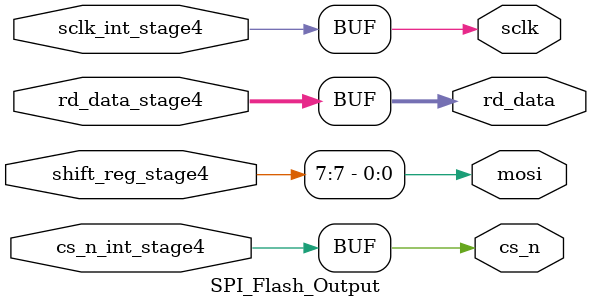
<source format=sv>

module SPI_Flash_Controller #(
    parameter ADDR_WIDTH = 24
)(
    input  wire                  clk,
    input  wire                  rst,
    input  wire                  start,
    input  wire [7:0]            cmd,
    input  wire [ADDR_WIDTH-1:0] addr,
    input  wire [7:0]            wr_data,
    output wire [7:0]            rd_data,
    output wire                  ready,
    output wire                  sclk,
    output wire                  cs_n,
    output wire                  mosi,
    input  wire                  miso
);

    // Internal pipelined signals (now 4 stages)
    wire [3:0]            state_stage1, state_stage2, state_stage3, state_stage4;
    wire [ADDR_WIDTH-1:0] addr_reg_stage1, addr_reg_stage2, addr_reg_stage3, addr_reg_stage4;
    wire [7:0]            cmd_reg_stage1, cmd_reg_stage2, cmd_reg_stage3, cmd_reg_stage4;
    wire [7:0]            shift_reg_stage1, shift_reg_stage2, shift_reg_stage3, shift_reg_stage4;
    wire [2:0]            phase_cnt_stage1, phase_cnt_stage2, phase_cnt_stage3, phase_cnt_stage4;
    wire [7:0]            byte_cnt_stage1, byte_cnt_stage2, byte_cnt_stage3, byte_cnt_stage4;
    wire [7:0]            data_len_stage1, data_len_stage2, data_len_stage3, data_len_stage4;
    wire                  sclk_int_stage1, sclk_int_stage2, sclk_int_stage3, sclk_int_stage4;
    wire                  cs_n_int_stage1, cs_n_int_stage2, cs_n_int_stage3, cs_n_int_stage4;
    wire                  ready_int;
    wire [7:0]            rd_data_stage4;

    // FSM and Pipeline Control (deeper pipeline)
    SPI_Flash_FSM #(
        .ADDR_WIDTH(ADDR_WIDTH)
    ) u_fsm (
        .clk                   (clk),
        .rst                   (rst),
        .start                 (start),
        .cmd                   (cmd),
        .addr                  (addr),
        .wr_data               (wr_data),
        .miso                  (miso),
        .state_stage1          (state_stage1),
        .state_stage2          (state_stage2),
        .state_stage3          (state_stage3),
        .state_stage4          (state_stage4),
        .cmd_reg_stage1        (cmd_reg_stage1),
        .cmd_reg_stage2        (cmd_reg_stage2),
        .cmd_reg_stage3        (cmd_reg_stage3),
        .cmd_reg_stage4        (cmd_reg_stage4),
        .addr_reg_stage1       (addr_reg_stage1),
        .addr_reg_stage2       (addr_reg_stage2),
        .addr_reg_stage3       (addr_reg_stage3),
        .addr_reg_stage4       (addr_reg_stage4),
        .shift_reg_stage1      (shift_reg_stage1),
        .shift_reg_stage2      (shift_reg_stage2),
        .shift_reg_stage3      (shift_reg_stage3),
        .shift_reg_stage4      (shift_reg_stage4),
        .phase_cnt_stage1      (phase_cnt_stage1),
        .phase_cnt_stage2      (phase_cnt_stage2),
        .phase_cnt_stage3      (phase_cnt_stage3),
        .phase_cnt_stage4      (phase_cnt_stage4),
        .byte_cnt_stage1       (byte_cnt_stage1),
        .byte_cnt_stage2       (byte_cnt_stage2),
        .byte_cnt_stage3       (byte_cnt_stage3),
        .byte_cnt_stage4       (byte_cnt_stage4),
        .data_len_stage1       (data_len_stage1),
        .data_len_stage2       (data_len_stage2),
        .data_len_stage3       (data_len_stage3),
        .data_len_stage4       (data_len_stage4),
        .sclk_int_stage1       (sclk_int_stage1),
        .sclk_int_stage2       (sclk_int_stage2),
        .sclk_int_stage3       (sclk_int_stage3),
        .sclk_int_stage4       (sclk_int_stage4),
        .cs_n_int_stage1       (cs_n_int_stage1),
        .cs_n_int_stage2       (cs_n_int_stage2),
        .cs_n_int_stage3       (cs_n_int_stage3),
        .cs_n_int_stage4       (cs_n_int_stage4),
        .ready                 (ready_int),
        .rd_data_stage4        (rd_data_stage4)
    );

    // SPI Output Interface (now connected to stage4)
    SPI_Flash_Output u_output (
        .shift_reg_stage4      (shift_reg_stage4),
        .sclk_int_stage4       (sclk_int_stage4),
        .cs_n_int_stage4       (cs_n_int_stage4),
        .rd_data_stage4        (rd_data_stage4),
        .mosi                  (mosi),
        .sclk                  (sclk),
        .cs_n                  (cs_n),
        .rd_data               (rd_data)
    );

    // Ready Signal Assign
    assign ready = ready_int;

endmodule

// =======================================================================
// 子模块1：SPI_Flash_FSM
// 功能：实现SPI Flash控制器的主状态机、加深流水线结构
// =======================================================================
module SPI_Flash_FSM #(
    parameter ADDR_WIDTH = 24
)(
    input  wire                  clk,
    input  wire                  rst,
    input  wire                  start,
    input  wire [7:0]            cmd,
    input  wire [ADDR_WIDTH-1:0] addr,
    input  wire [7:0]            wr_data,
    input  wire                  miso,

    output reg  [3:0]            state_stage1,
    output reg  [3:0]            state_stage2,
    output reg  [3:0]            state_stage3,
    output reg  [3:0]            state_stage4,
    output reg  [7:0]            cmd_reg_stage1,
    output reg  [7:0]            cmd_reg_stage2,
    output reg  [7:0]            cmd_reg_stage3,
    output reg  [7:0]            cmd_reg_stage4,
    output reg  [ADDR_WIDTH-1:0] addr_reg_stage1,
    output reg  [ADDR_WIDTH-1:0] addr_reg_stage2,
    output reg  [ADDR_WIDTH-1:0] addr_reg_stage3,
    output reg  [ADDR_WIDTH-1:0] addr_reg_stage4,
    output reg  [7:0]            shift_reg_stage1,
    output reg  [7:0]            shift_reg_stage2,
    output reg  [7:0]            shift_reg_stage3,
    output reg  [7:0]            shift_reg_stage4,
    output reg  [2:0]            phase_cnt_stage1,
    output reg  [2:0]            phase_cnt_stage2,
    output reg  [2:0]            phase_cnt_stage3,
    output reg  [2:0]            phase_cnt_stage4,
    output reg  [7:0]            byte_cnt_stage1,
    output reg  [7:0]            byte_cnt_stage2,
    output reg  [7:0]            byte_cnt_stage3,
    output reg  [7:0]            byte_cnt_stage4,
    output reg  [7:0]            data_len_stage1,
    output reg  [7:0]            data_len_stage2,
    output reg  [7:0]            data_len_stage3,
    output reg  [7:0]            data_len_stage4,
    output reg                   sclk_int_stage1,
    output reg                   sclk_int_stage2,
    output reg                   sclk_int_stage3,
    output reg                   sclk_int_stage4,
    output reg                   cs_n_int_stage1,
    output reg                   cs_n_int_stage2,
    output reg                   cs_n_int_stage3,
    output reg                   cs_n_int_stage4,
    output reg                   ready,
    output reg  [7:0]            rd_data_stage4
);

    // 状态机状态定义
    localparam IDLE        = 4'd0,
               CMD_STAGE1  = 4'd1,
               CMD_STAGE2  = 4'd2,
               ADDR_STAGE1 = 4'd3,
               ADDR_STAGE2 = 4'd4,
               DATA_STAGE1 = 4'd5,
               DATA_STAGE2 = 4'd6,
               DONE        = 4'd7;

    // Stage 1: 控制主状态
    reg [3:0]    next_state_stage1;
    reg [7:0]    next_cmd_reg_stage1;
    reg [ADDR_WIDTH-1:0] next_addr_reg_stage1;
    reg [7:0]    next_shift_reg_stage1;
    reg [2:0]    next_phase_cnt_stage1;
    reg [7:0]    next_byte_cnt_stage1;
    reg [7:0]    next_data_len_stage1;
    reg          next_sclk_int_stage1;
    reg          next_cs_n_int_stage1;
    reg          next_ready;

    always @(*) begin
        // Default assignments
        next_state_stage1      = state_stage1;
        next_cmd_reg_stage1    = cmd_reg_stage1;
        next_addr_reg_stage1   = addr_reg_stage1;
        next_shift_reg_stage1  = shift_reg_stage1;
        next_phase_cnt_stage1  = phase_cnt_stage1;
        next_byte_cnt_stage1   = byte_cnt_stage1;
        next_data_len_stage1   = data_len_stage1;
        next_sclk_int_stage1   = sclk_int_stage1;
        next_cs_n_int_stage1   = cs_n_int_stage1;
        next_ready             = ready;
        case (state_stage1)
            IDLE: begin
                if (start) begin
                    next_cmd_reg_stage1   = cmd;
                    next_addr_reg_stage1  = addr;
                    next_state_stage1     = CMD_STAGE1;
                    next_phase_cnt_stage1 = 3'd0;
                    next_byte_cnt_stage1  = 8'd0;
                    // 命令解码
                    case (cmd)
                        8'h03: next_data_len_stage1 = 8; // READ
                        8'h02: next_data_len_stage1 = 8; // PAGE PROGRAM
                        8'h06: next_data_len_stage1 = 0; // WREN
                        default: next_data_len_stage1 = 0;
                    endcase
                    next_shift_reg_stage1 = cmd;
                    next_sclk_int_stage1  = 1'b0;
                    next_cs_n_int_stage1  = 1'b0;
                    next_ready            = 1'b0;
                end else begin
                    next_sclk_int_stage1  = 1'b0;
                    next_cs_n_int_stage1  = 1'b1;
                    next_ready            = 1'b1;
                end
            end
            CMD_STAGE1: begin
                if (phase_cnt_stage1 == 3'd7) begin
                    next_state_stage1     = CMD_STAGE2;
                    next_phase_cnt_stage1 = 3'd0;
                end else begin
                    next_phase_cnt_stage1 = phase_cnt_stage1 + 1'b1;
                end
                next_sclk_int_stage1 = ~sclk_int_stage1;
                next_cs_n_int_stage1 = 1'b0;
                next_ready           = 1'b0;
            end
            CMD_STAGE2: begin
                if (cmd_reg_stage1[7])
                    next_state_stage1 = ADDR_STAGE1;
                else
                    next_state_stage1 = DATA_STAGE1;
                next_shift_reg_stage1 = addr_reg_stage1[ADDR_WIDTH-1 -: 8];
                next_phase_cnt_stage1 = 3'd0;
                next_sclk_int_stage1  = ~sclk_int_stage1;
                next_cs_n_int_stage1  = 1'b0;
                next_ready            = 1'b0;
            end
            ADDR_STAGE1: begin
                if (phase_cnt_stage1 == 3'd7) begin
                    next_state_stage1     = ADDR_STAGE2;
                    next_phase_cnt_stage1 = 3'd0;
                end else begin
                    next_phase_cnt_stage1 = phase_cnt_stage1 + 1'b1;
                end
                next_sclk_int_stage1 = ~sclk_int_stage1;
                next_cs_n_int_stage1 = 1'b0;
                next_ready           = 1'b0;
            end
            ADDR_STAGE2: begin
                if (phase_cnt_stage1 == ((ADDR_WIDTH/8)-1)) begin
                    next_state_stage1     = DATA_STAGE1;
                    next_phase_cnt_stage1 = 3'd0;
                    next_shift_reg_stage1 = wr_data;
                end else begin
                    next_phase_cnt_stage1 = phase_cnt_stage1 + 1'b1;
                    next_shift_reg_stage1 = addr_reg_stage1[ADDR_WIDTH-1 - (phase_cnt_stage1+1)*8 -: 8];
                end
                next_sclk_int_stage1 = ~sclk_int_stage1;
                next_cs_n_int_stage1 = 1'b0;
                next_ready           = 1'b0;
            end
            DATA_STAGE1: begin
                if (phase_cnt_stage1 == 3'd7) begin
                    next_state_stage1     = DATA_STAGE2;
                    next_phase_cnt_stage1 = 3'd0;
                end else begin
                    next_phase_cnt_stage1 = phase_cnt_stage1 + 1'b1;
                end
                next_sclk_int_stage1 = ~sclk_int_stage1;
                next_cs_n_int_stage1 = 1'b0;
                next_ready           = 1'b0;
            end
            DATA_STAGE2: begin
                if (byte_cnt_stage1 == data_len_stage1) begin
                    next_state_stage1 = DONE;
                end else begin
                    next_byte_cnt_stage1 = byte_cnt_stage1 + 1'b1;
                    next_state_stage1    = DATA_STAGE1;
                end
                next_sclk_int_stage1 = ~sclk_int_stage1;
                next_cs_n_int_stage1 = 1'b0;
                next_ready           = 1'b0;
            end
            DONE: begin
                next_state_stage1 = IDLE;
                next_sclk_int_stage1 = 1'b0;
                next_cs_n_int_stage1 = 1'b1;
                next_ready           = 1'b1;
            end
            default: begin
                next_state_stage1 = IDLE;
                next_sclk_int_stage1 = 1'b0;
                next_cs_n_int_stage1 = 1'b1;
                next_ready           = 1'b1;
            end
        endcase
    end

    // Stage 1 Registers
    always @(posedge clk or posedge rst) begin
        if (rst) begin
            state_stage1       <= IDLE;
            cmd_reg_stage1     <= 8'd0;
            addr_reg_stage1    <= {ADDR_WIDTH{1'b0}};
            shift_reg_stage1   <= 8'd0;
            phase_cnt_stage1   <= 3'd0;
            byte_cnt_stage1    <= 8'd0;
            data_len_stage1    <= 8'd0;
            sclk_int_stage1    <= 1'b0;
            cs_n_int_stage1    <= 1'b1;
            ready              <= 1'b1;
        end else begin
            state_stage1       <= next_state_stage1;
            cmd_reg_stage1     <= next_cmd_reg_stage1;
            addr_reg_stage1    <= next_addr_reg_stage1;
            shift_reg_stage1   <= next_shift_reg_stage1;
            phase_cnt_stage1   <= next_phase_cnt_stage1;
            byte_cnt_stage1    <= next_byte_cnt_stage1;
            data_len_stage1    <= next_data_len_stage1;
            sclk_int_stage1    <= next_sclk_int_stage1;
            cs_n_int_stage1    <= next_cs_n_int_stage1;
            ready              <= next_ready;
        end
    end

    // Stage 2: SPI Shift Register (bit-shift & MISO sample, separated for pipelining)
    reg [7:0] shift_reg_stage2_next;
    always @(*) begin
        shift_reg_stage2_next = shift_reg_stage1;
        if (state_stage1 != IDLE && ~sclk_int_stage1) begin
            shift_reg_stage2_next = {shift_reg_stage1[6:0], miso};
        end
    end

    always @(posedge clk or posedge rst) begin
        if (rst) begin
            state_stage2        <= IDLE;
            cmd_reg_stage2      <= 8'd0;
            addr_reg_stage2     <= {ADDR_WIDTH{1'b0}};
            shift_reg_stage2    <= 8'd0;
            phase_cnt_stage2    <= 3'd0;
            byte_cnt_stage2     <= 8'd0;
            data_len_stage2     <= 8'd0;
            sclk_int_stage2     <= 1'b0;
            cs_n_int_stage2     <= 1'b1;
        end else begin
            state_stage2        <= state_stage1;
            cmd_reg_stage2      <= cmd_reg_stage1;
            addr_reg_stage2     <= addr_reg_stage1;
            shift_reg_stage2    <= shift_reg_stage2_next;
            phase_cnt_stage2    <= phase_cnt_stage1;
            byte_cnt_stage2     <= byte_cnt_stage1;
            data_len_stage2     <= data_len_stage1;
            sclk_int_stage2     <= sclk_int_stage1;
            cs_n_int_stage2     <= cs_n_int_stage1;
        end
    end

    // Stage 3: Address/Phase/Byte/Shift pipeline registers
    always @(posedge clk or posedge rst) begin
        if (rst) begin
            state_stage3        <= IDLE;
            cmd_reg_stage3      <= 8'd0;
            addr_reg_stage3     <= {ADDR_WIDTH{1'b0}};
            shift_reg_stage3    <= 8'd0;
            phase_cnt_stage3    <= 3'd0;
            byte_cnt_stage3     <= 8'd0;
            data_len_stage3     <= 8'd0;
            sclk_int_stage3     <= 1'b0;
            cs_n_int_stage3     <= 1'b1;
        end else begin
            state_stage3        <= state_stage2;
            cmd_reg_stage3      <= cmd_reg_stage2;
            addr_reg_stage3     <= addr_reg_stage2;
            shift_reg_stage3    <= shift_reg_stage2;
            phase_cnt_stage3    <= phase_cnt_stage2;
            byte_cnt_stage3     <= byte_cnt_stage2;
            data_len_stage3     <= data_len_stage2;
            sclk_int_stage3     <= sclk_int_stage2;
            cs_n_int_stage3     <= cs_n_int_stage2;
        end
    end

    // Stage 4: Output and data latch
    always @(posedge clk or posedge rst) begin
        if (rst) begin
            state_stage4        <= IDLE;
            cmd_reg_stage4      <= 8'd0;
            addr_reg_stage4     <= {ADDR_WIDTH{1'b0}};
            shift_reg_stage4    <= 8'd0;
            phase_cnt_stage4    <= 3'd0;
            byte_cnt_stage4     <= 8'd0;
            data_len_stage4     <= 8'd0;
            sclk_int_stage4     <= 1'b0;
            cs_n_int_stage4     <= 1'b1;
            rd_data_stage4      <= 8'd0;
        end else begin
            state_stage4        <= state_stage3;
            cmd_reg_stage4      <= cmd_reg_stage3;
            addr_reg_stage4     <= addr_reg_stage3;
            shift_reg_stage4    <= shift_reg_stage3;
            phase_cnt_stage4    <= phase_cnt_stage3;
            byte_cnt_stage4     <= byte_cnt_stage3;
            data_len_stage4     <= data_len_stage3;
            sclk_int_stage4     <= sclk_int_stage3;
            cs_n_int_stage4     <= cs_n_int_stage3;
            // latch output only in DATA_STAGE2 or DONE
            if (state_stage3 == DATA_STAGE2)
                rd_data_stage4  <= shift_reg_stage3;
            else if (state_stage3 == DONE)
                rd_data_stage4  <= shift_reg_stage3;
        end
    end

endmodule

// =======================================================================
// 子模块2：SPI_Flash_Output
// 功能：将SPI信号和输出数据进行最后一级寄存和分发
// =======================================================================
module SPI_Flash_Output (
    input  wire [7:0] shift_reg_stage4,
    input  wire       sclk_int_stage4,
    input  wire       cs_n_int_stage4,
    input  wire [7:0] rd_data_stage4,
    output wire       mosi,
    output wire       sclk,
    output wire       cs_n,
    output wire [7:0] rd_data
);
    // MOSI为最高位，SCLK/CS_N为寄存后的信号
    assign mosi    = shift_reg_stage4[7];
    assign sclk    = sclk_int_stage4;
    assign cs_n    = cs_n_int_stage4;
    assign rd_data = rd_data_stage4;
endmodule
</source>
